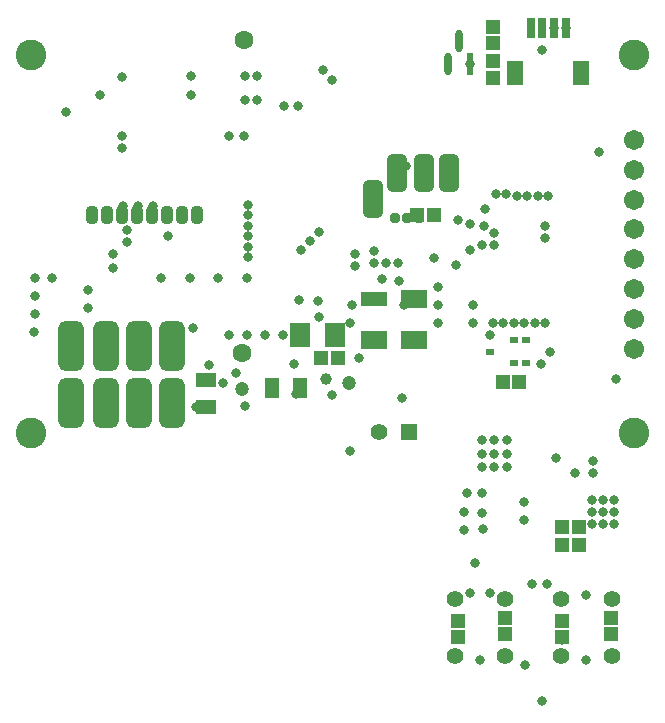
<source format=gbs>
G04*
G04 #@! TF.GenerationSoftware,Altium Limited,Altium Designer,21.9.2 (33)*
G04*
G04 Layer_Color=16711935*
%FSLAX25Y25*%
%MOIN*%
G70*
G04*
G04 #@! TF.SameCoordinates,B4EE9FE0-2F64-4693-93D6-35106772D84E*
G04*
G04*
G04 #@! TF.FilePolarity,Negative*
G04*
G01*
G75*
%ADD18R,0.05131X0.04737*%
%ADD19R,0.04540X0.04934*%
%ADD21R,0.04737X0.05131*%
%ADD41R,0.05512X0.05512*%
%ADD42C,0.05512*%
%ADD43C,0.05524*%
%ADD44C,0.03162*%
%ADD45C,0.03753*%
%ADD46C,0.04737*%
%ADD47C,0.06312*%
%ADD48C,0.03950*%
%ADD49C,0.06706*%
%ADD50C,0.10249*%
%ADD77R,0.06700X0.04950*%
%ADD81R,0.04950X0.06700*%
%ADD82R,0.02900X0.02200*%
G04:AMPARAMS|DCode=84|XSize=73.79mil|YSize=24.1mil|CornerRadius=12.05mil|HoleSize=0mil|Usage=FLASHONLY|Rotation=90.000|XOffset=0mil|YOffset=0mil|HoleType=Round|Shape=RoundedRectangle|*
%AMROUNDEDRECTD84*
21,1,0.07379,0.00000,0,0,90.0*
21,1,0.04969,0.02410,0,0,90.0*
1,1,0.02410,0.00000,0.02485*
1,1,0.02410,0.00000,-0.02485*
1,1,0.02410,0.00000,-0.02485*
1,1,0.02410,0.00000,0.02485*
%
%ADD84ROUNDEDRECTD84*%
%ADD85R,0.02410X0.07379*%
%ADD88R,0.08600X0.05118*%
%ADD89R,0.08600X0.05906*%
%ADD90R,0.08500X0.06300*%
%ADD95R,0.03162X0.06902*%
%ADD96R,0.05524X0.07887*%
G04:AMPARAMS|DCode=97|XSize=68mil|YSize=126.11mil|CornerRadius=19mil|HoleSize=0mil|Usage=FLASHONLY|Rotation=0.000|XOffset=0mil|YOffset=0mil|HoleType=Round|Shape=RoundedRectangle|*
%AMROUNDEDRECTD97*
21,1,0.06800,0.08811,0,0,0.0*
21,1,0.03000,0.12611,0,0,0.0*
1,1,0.03800,0.01500,-0.04406*
1,1,0.03800,-0.01500,-0.04406*
1,1,0.03800,-0.01500,0.04406*
1,1,0.03800,0.01500,0.04406*
%
%ADD97ROUNDEDRECTD97*%
G04:AMPARAMS|DCode=98|XSize=86.74mil|YSize=165.48mil|CornerRadius=23.68mil|HoleSize=0mil|Usage=FLASHONLY|Rotation=0.000|XOffset=0mil|YOffset=0mil|HoleType=Round|Shape=RoundedRectangle|*
%AMROUNDEDRECTD98*
21,1,0.08674,0.11811,0,0,0.0*
21,1,0.03937,0.16548,0,0,0.0*
1,1,0.04737,0.01968,-0.05906*
1,1,0.04737,-0.01968,-0.05906*
1,1,0.04737,-0.01968,0.05906*
1,1,0.04737,0.01968,0.05906*
%
%ADD98ROUNDEDRECTD98*%
%ADD99R,0.06706X0.08280*%
G04:AMPARAMS|DCode=100|XSize=39.5mil|YSize=59.18mil|CornerRadius=11.87mil|HoleSize=0mil|Usage=FLASHONLY|Rotation=0.000|XOffset=0mil|YOffset=0mil|HoleType=Round|Shape=RoundedRectangle|*
%AMROUNDEDRECTD100*
21,1,0.03950,0.03543,0,0,0.0*
21,1,0.01575,0.05918,0,0,0.0*
1,1,0.02375,0.00787,-0.01772*
1,1,0.02375,-0.00787,-0.01772*
1,1,0.02375,-0.00787,0.01772*
1,1,0.02375,0.00787,0.01772*
%
%ADD100ROUNDEDRECTD100*%
D18*
X53500Y108244D02*
D03*
Y113756D02*
D03*
Y102256D02*
D03*
Y96744D02*
D03*
X57500Y-83244D02*
D03*
Y-88756D02*
D03*
X42000Y-84244D02*
D03*
Y-89756D02*
D03*
X76500Y-84244D02*
D03*
Y-89756D02*
D03*
X93000Y-83244D02*
D03*
Y-88756D02*
D03*
D19*
X76646Y-53000D02*
D03*
X82354D02*
D03*
Y-59000D02*
D03*
X76646D02*
D03*
D21*
X56744Y-4500D02*
D03*
X62256D02*
D03*
X33756Y51000D02*
D03*
X28244D02*
D03*
X-3756Y3500D02*
D03*
X1756D02*
D03*
D41*
X25421Y-21216D02*
D03*
D42*
X15579D02*
D03*
D43*
X76181Y-95949D02*
D03*
X40748Y-77051D02*
D03*
X57677D02*
D03*
Y-95949D02*
D03*
X40748D02*
D03*
X76181Y-77051D02*
D03*
X93110D02*
D03*
Y-95949D02*
D03*
D44*
X6000Y-27500D02*
D03*
X-45500Y-13000D02*
D03*
X-36500Y-5000D02*
D03*
X51000Y53000D02*
D03*
X42000Y49500D02*
D03*
X71000Y43500D02*
D03*
Y47500D02*
D03*
X73937Y113500D02*
D03*
X70000Y106146D02*
D03*
X77874Y113500D02*
D03*
X46000Y101500D02*
D03*
X52500Y11000D02*
D03*
X56744Y-4500D02*
D03*
X47500Y-65000D02*
D03*
X46854Y15000D02*
D03*
X-16000Y87500D02*
D03*
X33776Y36676D02*
D03*
X46000Y48000D02*
D03*
X50631Y47500D02*
D03*
X54000Y45000D02*
D03*
X50000Y41000D02*
D03*
X46000Y39500D02*
D03*
X54000Y41000D02*
D03*
X-28000Y54500D02*
D03*
Y51000D02*
D03*
Y47500D02*
D03*
Y44000D02*
D03*
Y40500D02*
D03*
Y37000D02*
D03*
X-29500Y77500D02*
D03*
X-34500D02*
D03*
X0Y-9000D02*
D03*
X-19325Y-8429D02*
D03*
X-12000Y-8500D02*
D03*
X-46500Y13500D02*
D03*
X-41000Y1000D02*
D03*
X-99354Y12000D02*
D03*
X-99256Y18000D02*
D03*
X-68500Y46000D02*
D03*
X69500Y1500D02*
D03*
X72500Y5500D02*
D03*
X71000Y15000D02*
D03*
X67500D02*
D03*
X64000D02*
D03*
X-11500Y87500D02*
D03*
X0Y96000D02*
D03*
X-3000Y99500D02*
D03*
X24500Y67354D02*
D03*
X58000Y58000D02*
D03*
X33500Y50500D02*
D03*
X-32000Y-1500D02*
D03*
X74500Y-30000D02*
D03*
X87000Y-31000D02*
D03*
Y-35000D02*
D03*
X76652Y-53000D02*
D03*
X72000Y57500D02*
D03*
X68500D02*
D03*
X65000D02*
D03*
X61500D02*
D03*
X45000Y-41500D02*
D03*
X50000D02*
D03*
X50068Y-53702D02*
D03*
X50000Y-48244D02*
D03*
X66500Y-72000D02*
D03*
X80756Y-35000D02*
D03*
X71500Y-72000D02*
D03*
X46000Y-75000D02*
D03*
X49213Y-97327D02*
D03*
X15000Y54000D02*
D03*
X60500Y15000D02*
D03*
X53500D02*
D03*
X57000D02*
D03*
X94646Y-3500D02*
D03*
X-62000Y14000D02*
D03*
X41146Y34500D02*
D03*
X46854Y21000D02*
D03*
X-68366Y42000D02*
D03*
X-75500Y7500D02*
D03*
X-87000D02*
D03*
X-12646Y1500D02*
D03*
X-29000Y97500D02*
D03*
X-25000D02*
D03*
Y89500D02*
D03*
X-29000D02*
D03*
X90250Y-48000D02*
D03*
Y-52000D02*
D03*
Y-44000D02*
D03*
X94000Y-52000D02*
D03*
X86500Y-48000D02*
D03*
X94000D02*
D03*
Y-44000D02*
D03*
X86500Y-52000D02*
D03*
Y-44000D02*
D03*
X54500Y58000D02*
D03*
X-10000Y11146D02*
D03*
X-54880Y44120D02*
D03*
X-59760Y54000D02*
D03*
X-64760D02*
D03*
X-69760D02*
D03*
X23881Y21000D02*
D03*
X16379Y29545D02*
D03*
X69854Y-111000D02*
D03*
X7500Y38000D02*
D03*
Y34075D02*
D03*
X18000Y35000D02*
D03*
X22065Y29125D02*
D03*
X-73000Y38000D02*
D03*
X14000Y39000D02*
D03*
Y35000D02*
D03*
X-28500Y30000D02*
D03*
X-4500Y45500D02*
D03*
X-7500Y42500D02*
D03*
X-10500Y39500D02*
D03*
X-34500Y11000D02*
D03*
X-22500D02*
D03*
X-28500D02*
D03*
X-47000Y91000D02*
D03*
X-47244Y97500D02*
D03*
X-47500Y30000D02*
D03*
X-38000D02*
D03*
X-57000D02*
D03*
X-99000Y24000D02*
D03*
X-73000Y33500D02*
D03*
X-70000Y73500D02*
D03*
Y77500D02*
D03*
Y96854D02*
D03*
X-99098Y29902D02*
D03*
X-81500Y25854D02*
D03*
X-93390Y29902D02*
D03*
X-88724Y85469D02*
D03*
X-29165Y-12697D02*
D03*
X9000Y3500D02*
D03*
X89000Y71854D02*
D03*
X57500Y-82500D02*
D03*
X76500Y-90500D02*
D03*
X93131Y-82500D02*
D03*
X42000Y-90000D02*
D03*
X64146Y-99000D02*
D03*
X52500Y-75000D02*
D03*
X84646Y-75673D02*
D03*
Y-97327D02*
D03*
X44000Y-48000D02*
D03*
Y-54000D02*
D03*
X64000Y-44500D02*
D03*
Y-50500D02*
D03*
X6646Y21000D02*
D03*
X-11000Y22646D02*
D03*
X49787Y-28500D02*
D03*
Y-33000D02*
D03*
X58287D02*
D03*
X54000D02*
D03*
X58287Y-28500D02*
D03*
X49787Y-24000D02*
D03*
X58287D02*
D03*
X54000D02*
D03*
Y-28500D02*
D03*
X6016Y15150D02*
D03*
X23256Y-10000D02*
D03*
X22000Y35000D02*
D03*
X35354Y21000D02*
D03*
Y15000D02*
D03*
Y27000D02*
D03*
X-4854Y22500D02*
D03*
X-4500Y16854D02*
D03*
X-16500Y11146D02*
D03*
X-77500Y90854D02*
D03*
X-81500Y20146D02*
D03*
D45*
X21000Y50000D02*
D03*
X25000D02*
D03*
X29000D02*
D03*
D46*
X-30150Y-7047D02*
D03*
X5500Y-5000D02*
D03*
D47*
X-29500Y109500D02*
D03*
X-30000Y5000D02*
D03*
D48*
X-2000Y-3500D02*
D03*
D49*
X100394Y66071D02*
D03*
Y26357D02*
D03*
Y16429D02*
D03*
Y36286D02*
D03*
Y6500D02*
D03*
Y46214D02*
D03*
Y76000D02*
D03*
Y56143D02*
D03*
D50*
Y-21500D02*
D03*
X-100394D02*
D03*
Y104500D02*
D03*
X100394D02*
D03*
D77*
X-42000Y-13125D02*
D03*
Y-3875D02*
D03*
D81*
X-10875Y-6500D02*
D03*
X-20125D02*
D03*
D82*
X64600Y1750D02*
D03*
Y9250D02*
D03*
X72400Y5500D02*
D03*
X60400Y9250D02*
D03*
Y1750D02*
D03*
X52600Y5500D02*
D03*
D84*
X42260Y108863D02*
D03*
X38520Y101500D02*
D03*
D85*
X46000D02*
D03*
D88*
X13800Y23000D02*
D03*
D89*
X27200D02*
D03*
D90*
X13900Y9500D02*
D03*
X27100D02*
D03*
D95*
X66063Y113500D02*
D03*
X70000D02*
D03*
X73937D02*
D03*
X77874D02*
D03*
D96*
X82992Y98244D02*
D03*
X60945D02*
D03*
D97*
X13500Y56500D02*
D03*
X21500Y65000D02*
D03*
X30500D02*
D03*
X39000D02*
D03*
D98*
X-64500Y7500D02*
D03*
X-75500Y-11500D02*
D03*
X-87000Y7500D02*
D03*
X-53500D02*
D03*
X-75500D02*
D03*
X-53500Y-11500D02*
D03*
X-64500D02*
D03*
X-87000D02*
D03*
D99*
X905Y11000D02*
D03*
X-10905D02*
D03*
D100*
X-45000Y51000D02*
D03*
X-50000D02*
D03*
X-55000D02*
D03*
X-60000D02*
D03*
X-65000D02*
D03*
X-70000D02*
D03*
X-75000D02*
D03*
X-80000D02*
D03*
M02*

</source>
